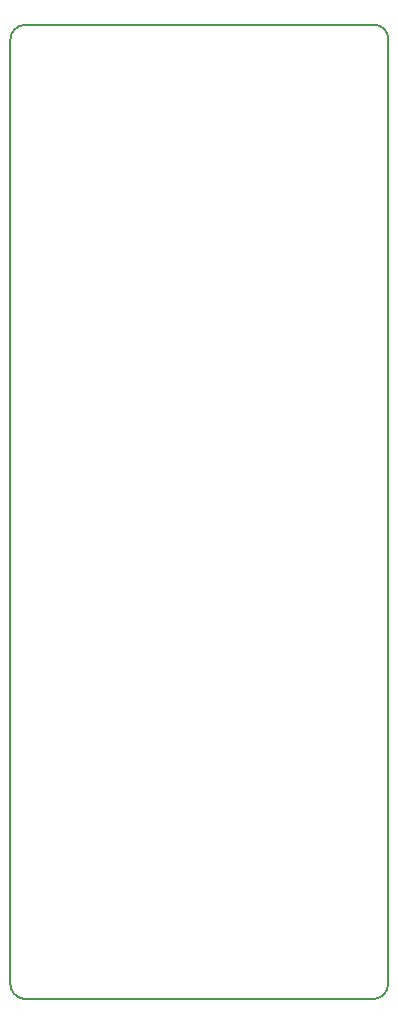
<source format=gbr>
G04 DipTrace 3.3.1.3*
G04 BoardOutline.gbr*
%MOIN*%
G04 #@! TF.FileFunction,Profile*
G04 #@! TF.Part,Single*
%ADD11C,0.005512*%
%FSLAX26Y26*%
G04*
G70*
G90*
G75*
G01*
G04 BoardOutline*
%LPD*%
X393702Y3593700D2*
D11*
G02X443702Y3643700I50484J-484D01*
G01*
X1612452D1*
G02X1656202Y3593700I-3005J-46770D01*
G01*
Y443700D1*
G02X1612452Y393700I-49522J-809D01*
G01*
X437453D1*
G02X393702Y443700I6153J49525D01*
G01*
Y3593700D1*
M02*

</source>
